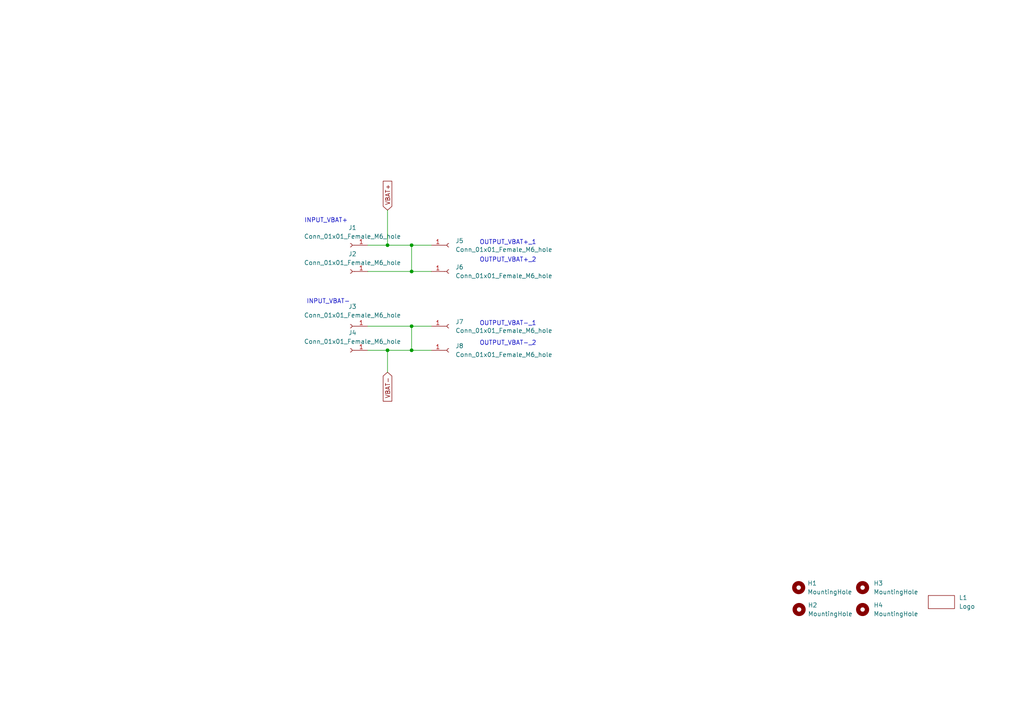
<source format=kicad_sch>
(kicad_sch (version 20211123) (generator eeschema)
  (paper "A4")
  (title_block (title "HV terminal branch 2-2") (date "2022-10-25") (rev "1.0") (company "teTra Aviation Corp."))
  (lib_symbols
    (symbol "Connector:Conn_01x01_Female" (pin_names (offset 1.016) hide)
      (property "Reference" "J" (at 0 2.54 0))
      (property "Value" "Conn_01x01_Female" (at 0 -2.54 0))
      (symbol "Conn_01x01_Female_1_1"
        (polyline (pts (xy -1.27 0) (xy -0.508 0)) (stroke (width 0.1524)))
        (arc (start 0 0.508) (mid -0.508 0) (end 0 -0.508) (stroke (width 0.1524)))
        (pin passive line (at -5.08 0 0) (length 3.81) (name "Pin_1") (number "1"))
      )
    )
    (symbol "Mechanical:MountingHole" (pin_names (offset 1.016))
      (property "Reference" "H" (at 0 5.08 0))
      (property "Value" "MountingHole" (at 0 3.175 0))
      (symbol "MountingHole_0_1"
        (circle (center 0 0) (radius 1.27) (stroke (width 1.27)))
      )
    )
    (symbol "kicad_teTra_library-1:Logo" (pin_names (offset 1.016))
      (property "Reference" "L" (at 0 5.08 0))
      (property "Value" "Logo" (at 0 1.27 0))
      (symbol "Logo_0_1"
        (rectangle (start -3.81 3.81) (end 3.81 0))
      )
    )
  )
  (junction (at 112.395 71.12))
  (junction (at 119.38 71.12))
  (junction (at 119.38 101.6))
  (junction (at 119.38 94.615))
  (junction (at 112.395 101.6))
  (junction (at 119.38 78.74))
  (wire (pts (xy 106.68 101.6) (xy 112.395 101.6)))
  (wire (pts (xy 119.38 94.615) (xy 119.38 101.6)))
  (wire (pts (xy 125.095 101.6) (xy 119.38 101.6)))
  (wire (pts (xy 112.395 101.6) (xy 112.395 107.95)))
  (wire (pts (xy 119.38 94.615) (xy 125.095 94.615)))
  (wire (pts (xy 112.395 60.96) (xy 112.395 71.12)))
  (wire (pts (xy 125.095 78.74) (xy 119.38 78.74)))
  (wire (pts (xy 106.68 78.74) (xy 119.38 78.74)))
  (wire (pts (xy 112.395 101.6) (xy 119.38 101.6)))
  (wire (pts (xy 106.68 71.12) (xy 112.395 71.12)))
  (wire (pts (xy 112.395 71.12) (xy 119.38 71.12)))
  (wire (pts (xy 119.38 71.12) (xy 119.38 78.74)))
  (wire (pts (xy 106.68 94.615) (xy 119.38 94.615)))
  (wire (pts (xy 119.38 71.12) (xy 125.095 71.12)))
  (text "INPUT_VBAT-" (at 88.9 88.265 0) (effects (font (size 1.27 1.27)) (justify left bottom)))
  (text "OUTPUT_VBAT+_2" (at 139.065 76.2 0) (effects (font (size 1.27 1.27)) (justify left bottom)))
  (text "INPUT_VBAT+" (at 88.265 64.77 0) (effects (font (size 1.27 1.27)) (justify left bottom)))
  (text "OUTPUT_VBAT+_1" (at 139.065 71.12 0) (effects (font (size 1.27 1.27)) (justify left bottom)))
  (text "OUTPUT_VBAT-_2" (at 139.065 100.33 0) (effects (font (size 1.27 1.27)) (justify left bottom)))
  (text "OUTPUT_VBAT-_1" (at 139.065 94.615 0) (effects (font (size 1.27 1.27)) (justify left bottom)))
  (global_label "VBAT+" (shape input) (at 112.395 60.96 90) (property "Intersheet References" "${INTERSHEET_REFS}" (effects hide)))
  (global_label "VBAT-" (shape input) (at 112.395 107.95 270) (property "Intersheet References" "${INTERSHEET_REFS}" (effects hide)))
  (symbol (lib_id "Connector:Conn_01x01_Female") (at 130.175 101.6 0) (unit 1)
    (property "Reference" "J8" (at 132.08 100.3299 0) (effects (justify left)))
    (property "Value" "Conn_01x01_Female_M6_hole" (at 132.08 102.8699 0) (effects (justify left)))
    (property "Footprint" "MountingHole:MountingHole_6.4mm_M6_Pad_TopBottom" (effects hide))
  )
  (symbol (lib_id "Mechanical:MountingHole") (at 231.775 176.784 0) (unit 1)
    (property "Reference" "H2" (at 234.315 175.5139 0) (effects (justify left)))
    (property "Value" "MountingHole" (at 234.315 178.0539 0) (effects (justify left)))
    (property "Footprint" "MountingHole:MountingHole_3.2mm_M3_ISO7380" (effects hide))
  )
  (symbol (lib_id "kicad_teTra_library-1:Logo") (at 273.05 176.53 0) (unit 1)
    (property "Reference" "L1" (at 278.13 173.3549 0) (effects (justify left)))
    (property "Value" "Logo" (at 278.13 175.8949 0) (effects (justify left)))
    (property "Footprint" "kicad_teTra_footprint:teTra-logo" (effects hide))
  )
  (symbol (lib_id "Connector:Conn_01x01_Female") (at 130.175 78.74 0) (unit 1)
    (property "Reference" "J6" (at 132.08 77.4699 0) (effects (justify left)))
    (property "Value" "Conn_01x01_Female_M6_hole" (at 132.08 80.0099 0) (effects (justify left)))
    (property "Footprint" "MountingHole:MountingHole_6.4mm_M6_Pad_TopBottom" (effects hide))
  )
  (symbol (lib_id "Connector:Conn_01x01_Female") (at 130.175 94.615 0) (unit 1)
    (property "Reference" "J7" (at 132.08 93.3449 0) (effects (justify left)))
    (property "Value" "Conn_01x01_Female_M6_hole" (at 132.08 95.8849 0) (effects (justify left)))
    (property "Footprint" "MountingHole:MountingHole_6.4mm_M6_Pad_TopBottom" (effects hide))
  )
  (symbol (lib_id "Connector:Conn_01x01_Female") (at 101.6 78.74 180) (unit 1)
    (property "Reference" "J2" (at 102.235 73.66 0))
    (property "Value" "Conn_01x01_Female_M6_hole" (at 102.235 76.2 0))
    (property "Footprint" "MountingHole:MountingHole_6.4mm_M6_Pad_TopBottom" (effects hide))
  )
  (symbol (lib_id "Mechanical:MountingHole") (at 250.19 170.434 0) (unit 1)
    (property "Reference" "H3" (at 253.365 169.1639 0) (effects (justify left)))
    (property "Value" "MountingHole" (at 253.365 171.7039 0) (effects (justify left)))
    (property "Footprint" "MountingHole:MountingHole_3.2mm_M3_ISO7380" (effects hide))
  )
  (symbol (lib_id "Connector:Conn_01x01_Female") (at 101.6 94.615 180) (unit 1)
    (property "Reference" "J3" (at 102.235 88.9 0))
    (property "Value" "Conn_01x01_Female_M6_hole" (at 102.235 91.44 0))
    (property "Footprint" "MountingHole:MountingHole_6.4mm_M6_Pad_TopBottom" (effects hide))
  )
  (symbol (lib_id "Mechanical:MountingHole") (at 231.648 170.434 0) (unit 1)
    (property "Reference" "H1" (at 234.188 169.1639 0) (effects (justify left)))
    (property "Value" "MountingHole" (at 234.188 171.7039 0) (effects (justify left)))
    (property "Footprint" "MountingHole:MountingHole_3.2mm_M3_ISO7380" (effects hide))
  )
  (symbol (lib_id "Connector:Conn_01x01_Female") (at 130.175 71.12 0) (unit 1)
    (property "Reference" "J5" (at 132.08 69.8499 0) (effects (justify left)))
    (property "Value" "Conn_01x01_Female_M6_hole" (at 132.08 72.3899 0) (effects (justify left)))
    (property "Footprint" "MountingHole:MountingHole_6.4mm_M6_Pad_TopBottom" (effects hide))
  )
  (symbol (lib_id "Connector:Conn_01x01_Female") (at 101.6 101.6 180) (unit 1)
    (property "Reference" "J4" (at 102.235 96.52 0))
    (property "Value" "Conn_01x01_Female_M6_hole" (at 102.235 99.06 0))
    (property "Footprint" "MountingHole:MountingHole_6.4mm_M6_Pad_TopBottom" (effects hide))
  )
  (symbol (lib_id "Mechanical:MountingHole") (at 250.19 176.784 0) (unit 1)
    (property "Reference" "H4" (at 253.365 175.5139 0) (effects (justify left)))
    (property "Value" "MountingHole" (at 253.365 178.0539 0) (effects (justify left)))
    (property "Footprint" "MountingHole:MountingHole_3.2mm_M3_ISO7380" (effects hide))
  )
  (symbol (lib_id "Connector:Conn_01x01_Female") (at 101.6 71.12 180) (unit 1)
    (property "Reference" "J1" (at 102.235 66.04 0))
    (property "Value" "Conn_01x01_Female_M6_hole" (at 102.235 68.58 0))
    (property "Footprint" "MountingHole:MountingHole_6.4mm_M6_Pad_TopBottom" (effects hide))
  )
)
</source>
